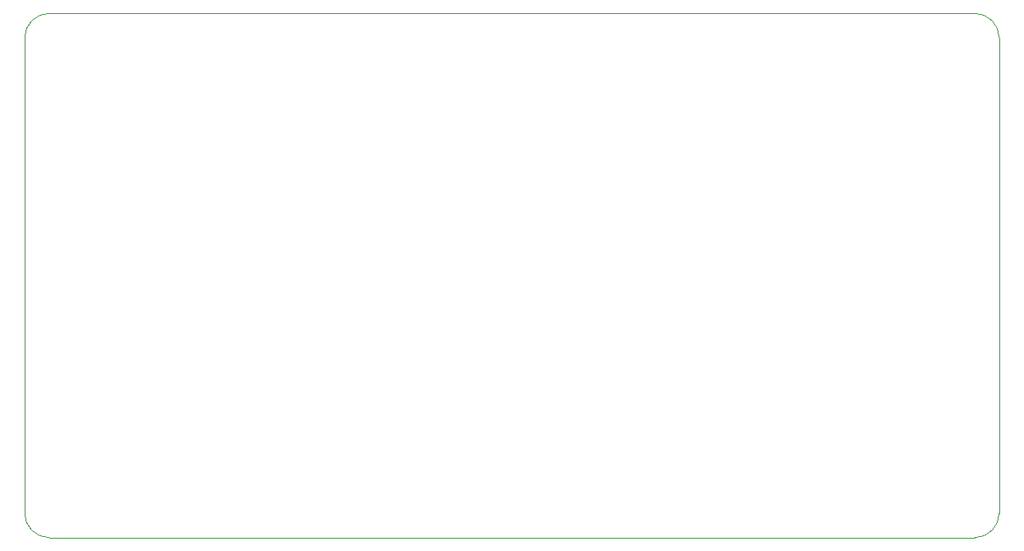
<source format=gbr>
G04 #@! TF.GenerationSoftware,KiCad,Pcbnew,(5.1.0-rc2-41-g6b3e9b0ed)*
G04 #@! TF.CreationDate,2021-09-28T16:44:10+02:00*
G04 #@! TF.ProjectId,styro_control,73747972-6f5f-4636-9f6e-74726f6c2e6b,rev?*
G04 #@! TF.SameCoordinates,Original*
G04 #@! TF.FileFunction,Profile,NP*
%FSLAX46Y46*%
G04 Gerber Fmt 4.6, Leading zero omitted, Abs format (unit mm)*
G04 Created by KiCad (PCBNEW (5.1.0-rc2-41-g6b3e9b0ed)) date 2021-09-28 16:44:10*
%MOMM*%
%LPD*%
G04 APERTURE LIST*
%ADD10C,0.050000*%
G04 APERTURE END LIST*
D10*
X74295000Y-68580000D02*
G75*
G02X76835000Y-66040000I2540000J0D01*
G01*
X172085000Y-66040000D02*
G75*
G02X174625000Y-68580000I0J-2540000D01*
G01*
X174625000Y-117475000D02*
G75*
G02X172085000Y-120015000I-2540000J0D01*
G01*
X76835000Y-120015000D02*
G75*
G02X74295000Y-117475000I0J2540000D01*
G01*
X76835000Y-120015000D02*
X172085000Y-120015000D01*
X74295000Y-68580000D02*
X74295000Y-117475000D01*
X172085000Y-66040000D02*
X76835000Y-66040000D01*
X174625000Y-117475000D02*
X174625000Y-68580000D01*
M02*

</source>
